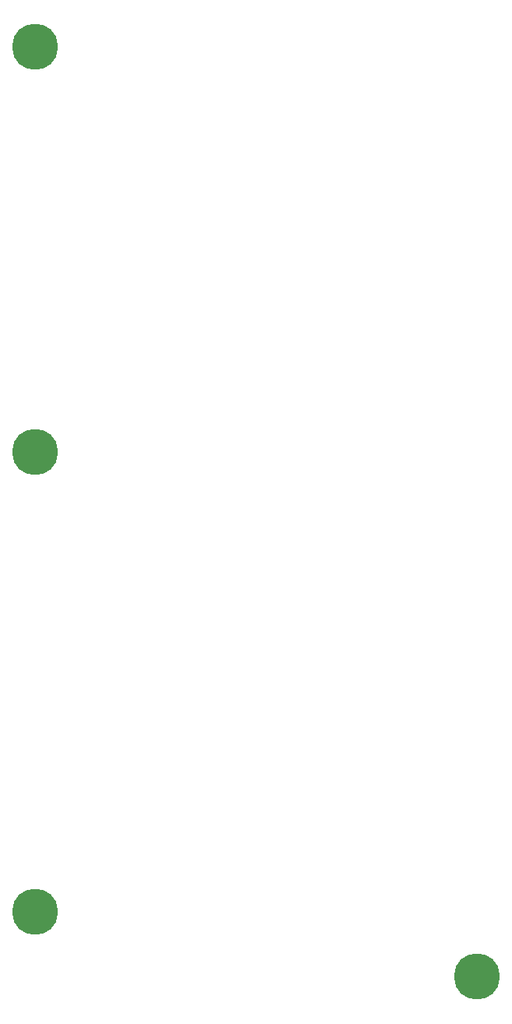
<source format=gbs>
G04 #@! TF.GenerationSoftware,KiCad,Pcbnew,7.0.9-dirty*
G04 #@! TF.CreationDate,2024-01-14T20:59:28+01:00*
G04 #@! TF.ProjectId,ranura 13857,72616e75-7261-4203-9133-3835372e6b69,1*
G04 #@! TF.SameCoordinates,Original*
G04 #@! TF.FileFunction,Soldermask,Bot*
G04 #@! TF.FilePolarity,Negative*
%FSLAX46Y46*%
G04 Gerber Fmt 4.6, Leading zero omitted, Abs format (unit mm)*
G04 Created by KiCad (PCBNEW 7.0.9-dirty) date 2024-01-14 20:59:28*
%MOMM*%
%LPD*%
G01*
G04 APERTURE LIST*
%ADD10C,5.000000*%
G04 APERTURE END LIST*
D10*
X93000000Y-145000000D03*
X45000000Y-44000000D03*
X45000000Y-138000000D03*
X45000000Y-88000000D03*
M02*

</source>
